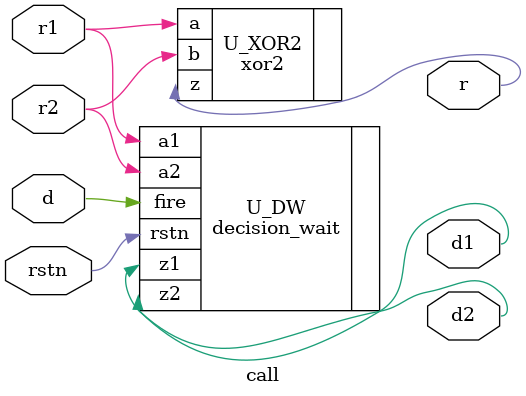
<source format=v>
module call (/*AUTOARG*/
   // Outputs
   d1, d2, r,
   // Inputs
   r1, r2, d, rstn
   );
   // Input ports
   input r1,r2;
   output d1,d2;
   // Output ports
   output r;
   input  d;

   input  rstn;



   /*AUTOINPUT*/
   /*AUTOOUTPUT*/

   /*AUTOREG*/
   /*AUTOWIRE*/
   wire                 d1, d2, r;


   xor2 U_XOR2 (.a(r1),.b(r2),.z(r));
   decision_wait U_DW(
                      .a1(r1),
                      .a2(r2),

                      .z1(d1),
                      .z2(d2),

                      .fire(d),
                      .rstn(rstn)

                      );


endmodule // call
/*
 Local Variables:
 verilog-library-directories:(
 "."
 )
 End:
 */

</source>
